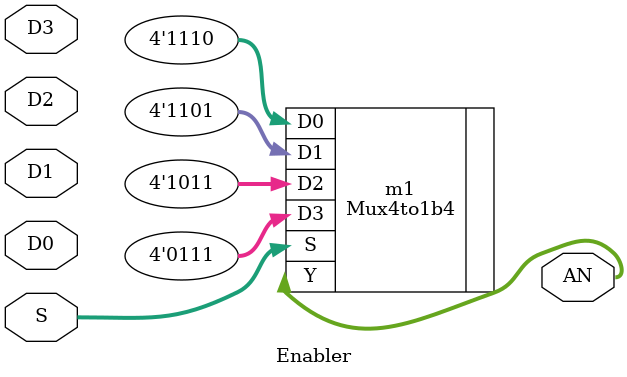
<source format=v>
module Enabler(
    input [1:0] S,
    input D0,
    input D1,
    input D2,
    input D3,
    output [3:0] AN
    );
    Mux4to1b4 m1(
            .S(S),
            .D0(4'b1110),
            .D1(4'b1101),
            .D2(4'b1011),
            .D3(4'b0111),
            .Y(AN)
    );
    endmodule
</source>
